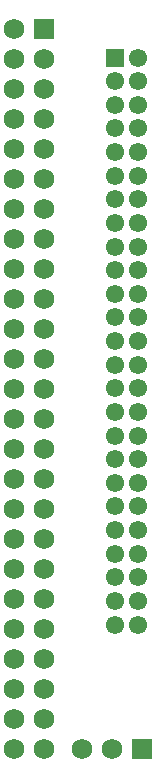
<source format=gts>
G04 Layer_Color=20142*
%FSAX24Y24*%
%MOIN*%
G70*
G01*
G75*
%ADD20C,0.0612*%
%ADD21R,0.0612X0.0612*%
%ADD22R,0.0680X0.0680*%
%ADD23C,0.0680*%
%ADD24R,0.0690X0.0690*%
%ADD25C,0.0690*%
D20*
X015187Y018002D02*
D03*
Y018790D02*
D03*
Y019577D02*
D03*
Y020365D02*
D03*
X014400Y018002D02*
D03*
Y018790D02*
D03*
Y019577D02*
D03*
Y020365D02*
D03*
Y023514D02*
D03*
Y022727D02*
D03*
Y021939D02*
D03*
Y021152D02*
D03*
X015187Y023514D02*
D03*
Y022727D02*
D03*
Y021939D02*
D03*
Y021152D02*
D03*
Y025876D02*
D03*
Y026664D02*
D03*
Y027451D02*
D03*
Y028239D02*
D03*
X014400Y025876D02*
D03*
Y026664D02*
D03*
Y027451D02*
D03*
Y028239D02*
D03*
Y025089D02*
D03*
Y024302D02*
D03*
X015187Y025089D02*
D03*
Y024302D02*
D03*
Y032176D02*
D03*
Y032963D02*
D03*
X014400Y032176D02*
D03*
Y032963D02*
D03*
Y036113D02*
D03*
Y035325D02*
D03*
Y034538D02*
D03*
Y033750D02*
D03*
X015187Y036113D02*
D03*
Y035325D02*
D03*
Y034538D02*
D03*
Y033750D02*
D03*
Y036900D02*
D03*
Y029026D02*
D03*
Y029813D02*
D03*
Y030601D02*
D03*
Y031388D02*
D03*
X014400Y029026D02*
D03*
Y029813D02*
D03*
Y030601D02*
D03*
Y031388D02*
D03*
D21*
Y036900D02*
D03*
D22*
X015300Y013850D02*
D03*
D23*
X014300D02*
D03*
X013300D02*
D03*
D24*
X012050Y037850D02*
D03*
D25*
Y036850D02*
D03*
Y035850D02*
D03*
Y034850D02*
D03*
Y033850D02*
D03*
Y032850D02*
D03*
Y031850D02*
D03*
Y030850D02*
D03*
Y029850D02*
D03*
Y028850D02*
D03*
Y027850D02*
D03*
Y026850D02*
D03*
Y025850D02*
D03*
Y024850D02*
D03*
Y023850D02*
D03*
Y022850D02*
D03*
Y021850D02*
D03*
Y020850D02*
D03*
Y019850D02*
D03*
Y018850D02*
D03*
Y017850D02*
D03*
Y016850D02*
D03*
Y015850D02*
D03*
Y014850D02*
D03*
Y013850D02*
D03*
X011050Y037850D02*
D03*
Y036850D02*
D03*
Y035850D02*
D03*
Y034850D02*
D03*
Y033850D02*
D03*
Y032850D02*
D03*
Y031850D02*
D03*
Y030850D02*
D03*
Y029850D02*
D03*
Y028850D02*
D03*
Y027850D02*
D03*
Y026850D02*
D03*
Y025850D02*
D03*
Y024850D02*
D03*
Y023850D02*
D03*
Y022850D02*
D03*
Y021850D02*
D03*
Y020850D02*
D03*
Y019850D02*
D03*
Y018850D02*
D03*
Y017850D02*
D03*
Y016850D02*
D03*
Y015850D02*
D03*
Y014850D02*
D03*
Y013850D02*
D03*
M02*

</source>
